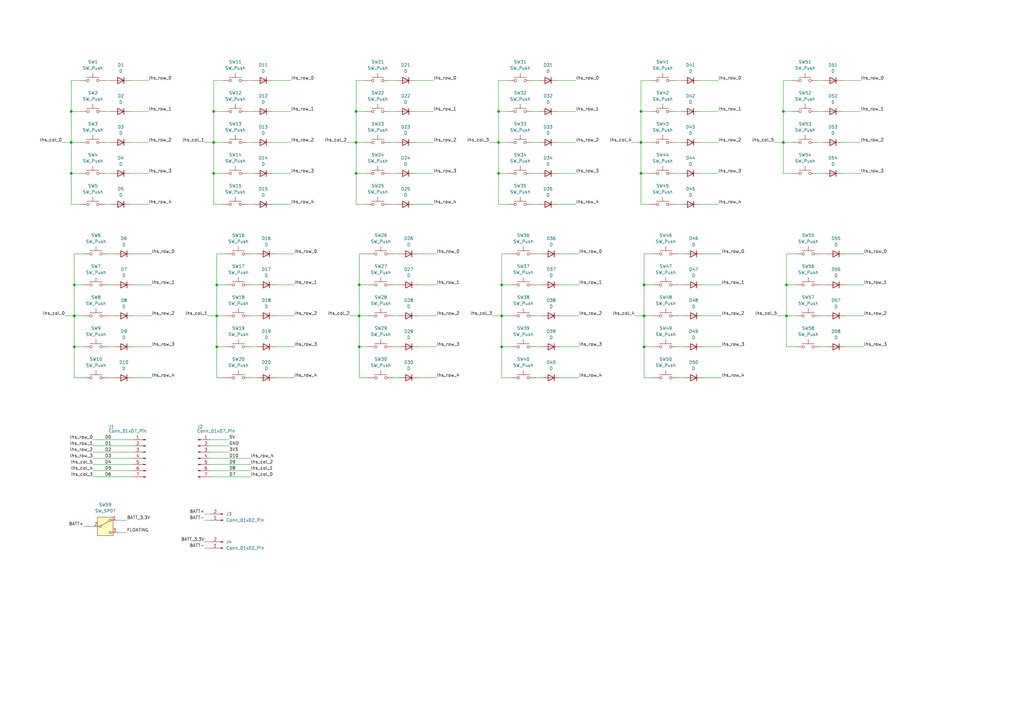
<source format=kicad_sch>
(kicad_sch (version 20231120) (generator "eeschema") (generator_version "8.0")
  (paper "A3")
  (junction (at 264.16 142.24))
  (junction (at 29.21 71.12))
  (junction (at 322.58 116.84))
  (junction (at 30.48 129.54))
  (junction (at 204.47 71.12))
  (junction (at 87.63 45.72))
  (junction (at 264.16 129.54))
  (junction (at 88.9 142.24))
  (junction (at 204.47 58.42))
  (junction (at 321.31 45.72))
  (junction (at 147.32 142.24))
  (junction (at 322.58 129.54))
  (junction (at 87.63 58.42))
  (junction (at 205.74 142.24))
  (junction (at 88.9 116.84))
  (junction (at 321.31 58.42))
  (junction (at 264.16 116.84))
  (junction (at 30.48 142.24))
  (junction (at 262.89 71.12))
  (junction (at 29.21 58.42))
  (junction (at 205.74 116.84))
  (junction (at 88.9 129.54))
  (junction (at 146.05 71.12))
  (junction (at 147.32 116.84))
  (junction (at 87.63 71.12))
  (junction (at 262.89 58.42))
  (junction (at 29.21 45.72))
  (junction (at 146.05 58.42))
  (junction (at 204.47 45.72))
  (junction (at 146.05 45.72))
  (junction (at 30.48 116.84))
  (junction (at 205.74 129.54))
  (junction (at 147.32 129.54))
  (junction (at 262.89 45.72))
  (wire (pts (xy 336.55 104.14) (xy 339.09 104.14)))
  (wire (pts (xy 208.28 45.72) (xy 204.47 45.72)))
  (wire (pts (xy 205.74 129.54) (xy 209.55 129.54)))
  (wire (pts (xy 30.48 104.14) (xy 30.48 116.84)))
  (wire (pts (xy 161.29 104.14) (xy 163.83 104.14)))
  (wire (pts (xy 318.77 129.54) (xy 322.58 129.54)))
  (wire (pts (xy 30.48 129.54) (xy 34.29 129.54)))
  (wire (pts (xy 91.44 45.72) (xy 87.63 45.72)))
  (wire (pts (xy 278.13 116.84) (xy 280.67 116.84)))
  (wire (pts (xy 87.63 45.72) (xy 87.63 58.42)))
  (wire (pts (xy 205.74 142.24) (xy 205.74 129.54)))
  (wire (pts (xy 54.61 154.94) (xy 62.23 154.94)))
  (wire (pts (xy 160.02 45.72) (xy 162.56 45.72)))
  (wire (pts (xy 102.87 142.24) (xy 105.41 142.24)))
  (wire (pts (xy 113.03 142.24) (xy 120.65 142.24)))
  (wire (pts (xy 88.9 129.54) (xy 92.71 129.54)))
  (wire (pts (xy 34.29 215.9) (xy 38.1 215.9)))
  (wire (pts (xy 228.6 33.02) (xy 236.22 33.02)))
  (wire (pts (xy 88.9 104.14) (xy 88.9 116.84)))
  (wire (pts (xy 146.05 45.72) (xy 146.05 58.42)))
  (wire (pts (xy 102.87 104.14) (xy 105.41 104.14)))
  (wire (pts (xy 143.51 129.54) (xy 147.32 129.54)))
  (wire (pts (xy 287.02 45.72) (xy 294.64 45.72)))
  (wire (pts (xy 38.1 187.96) (xy 54.61 187.96)))
  (wire (pts (xy 86.36 190.5) (xy 102.87 190.5)))
  (wire (pts (xy 326.39 104.14) (xy 322.58 104.14)))
  (wire (pts (xy 288.29 129.54) (xy 295.91 129.54)))
  (wire (pts (xy 264.16 104.14) (xy 264.16 116.84)))
  (wire (pts (xy 264.16 142.24) (xy 264.16 129.54)))
  (wire (pts (xy 264.16 116.84) (xy 264.16 129.54)))
  (wire (pts (xy 86.36 182.88) (xy 93.98 182.88)))
  (wire (pts (xy 288.29 104.14) (xy 295.91 104.14)))
  (wire (pts (xy 218.44 83.82) (xy 220.98 83.82)))
  (wire (pts (xy 287.02 58.42) (xy 294.64 58.42)))
  (wire (pts (xy 34.29 142.24) (xy 30.48 142.24)))
  (wire (pts (xy 322.58 104.14) (xy 322.58 116.84)))
  (wire (pts (xy 321.31 33.02) (xy 321.31 45.72)))
  (wire (pts (xy 101.6 83.82) (xy 104.14 83.82)))
  (wire (pts (xy 102.87 116.84) (xy 105.41 116.84)))
  (wire (pts (xy 53.34 71.12) (xy 60.96 71.12)))
  (wire (pts (xy 43.18 33.02) (xy 45.72 33.02)))
  (wire (pts (xy 336.55 129.54) (xy 339.09 129.54)))
  (wire (pts (xy 29.21 45.72) (xy 29.21 58.42)))
  (wire (pts (xy 287.02 33.02) (xy 294.64 33.02)))
  (wire (pts (xy 208.28 71.12) (xy 204.47 71.12)))
  (wire (pts (xy 266.7 83.82) (xy 262.89 83.82)))
  (wire (pts (xy 321.31 58.42) (xy 325.12 58.42)))
  (wire (pts (xy 91.44 33.02) (xy 87.63 33.02)))
  (wire (pts (xy 54.61 104.14) (xy 62.23 104.14)))
  (wire (pts (xy 147.32 129.54) (xy 151.13 129.54)))
  (wire (pts (xy 53.34 83.82) (xy 60.96 83.82)))
  (wire (pts (xy 170.18 83.82) (xy 177.8 83.82)))
  (wire (pts (xy 262.89 33.02) (xy 262.89 45.72)))
  (wire (pts (xy 44.45 154.94) (xy 46.99 154.94)))
  (wire (pts (xy 171.45 116.84) (xy 179.07 116.84)))
  (wire (pts (xy 48.26 218.44) (xy 52.07 218.44)))
  (wire (pts (xy 205.74 116.84) (xy 205.74 129.54)))
  (wire (pts (xy 229.87 104.14) (xy 237.49 104.14)))
  (wire (pts (xy 34.29 104.14) (xy 30.48 104.14)))
  (wire (pts (xy 33.02 33.02) (xy 29.21 33.02)))
  (wire (pts (xy 26.67 129.54) (xy 30.48 129.54)))
  (wire (pts (xy 29.21 71.12) (xy 29.21 58.42)))
  (wire (pts (xy 171.45 104.14) (xy 179.07 104.14)))
  (wire (pts (xy 326.39 142.24) (xy 322.58 142.24)))
  (wire (pts (xy 88.9 142.24) (xy 88.9 129.54)))
  (wire (pts (xy 113.03 154.94) (xy 120.65 154.94)))
  (wire (pts (xy 346.71 129.54) (xy 354.33 129.54)))
  (wire (pts (xy 44.45 116.84) (xy 46.99 116.84)))
  (wire (pts (xy 48.26 213.36) (xy 52.07 213.36)))
  (wire (pts (xy 87.63 71.12) (xy 87.63 58.42)))
  (wire (pts (xy 85.09 129.54) (xy 88.9 129.54)))
  (wire (pts (xy 335.28 71.12) (xy 337.82 71.12)))
  (wire (pts (xy 171.45 154.94) (xy 179.07 154.94)))
  (wire (pts (xy 335.28 58.42) (xy 337.82 58.42)))
  (wire (pts (xy 171.45 129.54) (xy 179.07 129.54)))
  (wire (pts (xy 287.02 83.82) (xy 294.64 83.82)))
  (wire (pts (xy 33.02 83.82) (xy 29.21 83.82)))
  (wire (pts (xy 30.48 142.24) (xy 30.48 129.54)))
  (wire (pts (xy 86.36 193.04) (xy 102.87 193.04)))
  (wire (pts (xy 33.02 45.72) (xy 29.21 45.72)))
  (wire (pts (xy 30.48 154.94) (xy 30.48 142.24)))
  (wire (pts (xy 30.48 116.84) (xy 30.48 129.54)))
  (wire (pts (xy 151.13 104.14) (xy 147.32 104.14)))
  (wire (pts (xy 288.29 154.94) (xy 295.91 154.94)))
  (wire (pts (xy 321.31 71.12) (xy 321.31 58.42)))
  (wire (pts (xy 346.71 116.84) (xy 354.33 116.84)))
  (wire (pts (xy 83.82 213.36) (xy 86.36 213.36)))
  (wire (pts (xy 267.97 154.94) (xy 264.16 154.94)))
  (wire (pts (xy 86.36 187.96) (xy 102.87 187.96)))
  (wire (pts (xy 322.58 116.84) (xy 322.58 129.54)))
  (wire (pts (xy 170.18 71.12) (xy 177.8 71.12)))
  (wire (pts (xy 325.12 71.12) (xy 321.31 71.12)))
  (wire (pts (xy 262.89 45.72) (xy 262.89 58.42)))
  (wire (pts (xy 54.61 116.84) (xy 62.23 116.84)))
  (wire (pts (xy 228.6 83.82) (xy 236.22 83.82)))
  (wire (pts (xy 101.6 45.72) (xy 104.14 45.72)))
  (wire (pts (xy 218.44 33.02) (xy 220.98 33.02)))
  (wire (pts (xy 228.6 71.12) (xy 236.22 71.12)))
  (wire (pts (xy 204.47 71.12) (xy 204.47 58.42)))
  (wire (pts (xy 161.29 129.54) (xy 163.83 129.54)))
  (wire (pts (xy 44.45 129.54) (xy 46.99 129.54)))
  (wire (pts (xy 267.97 116.84) (xy 264.16 116.84)))
  (wire (pts (xy 218.44 58.42) (xy 220.98 58.42)))
  (wire (pts (xy 161.29 154.94) (xy 163.83 154.94)))
  (wire (pts (xy 278.13 142.24) (xy 280.67 142.24)))
  (wire (pts (xy 87.63 33.02) (xy 87.63 45.72)))
  (wire (pts (xy 86.36 180.34) (xy 93.98 180.34)))
  (wire (pts (xy 266.7 71.12) (xy 262.89 71.12)))
  (wire (pts (xy 29.21 58.42) (xy 33.02 58.42)))
  (wire (pts (xy 200.66 58.42) (xy 204.47 58.42)))
  (wire (pts (xy 219.71 154.94) (xy 222.25 154.94)))
  (wire (pts (xy 278.13 129.54) (xy 280.67 129.54)))
  (wire (pts (xy 345.44 71.12) (xy 353.06 71.12)))
  (wire (pts (xy 101.6 71.12) (xy 104.14 71.12)))
  (wire (pts (xy 146.05 33.02) (xy 146.05 45.72)))
  (wire (pts (xy 54.61 129.54) (xy 62.23 129.54)))
  (wire (pts (xy 288.29 142.24) (xy 295.91 142.24)))
  (wire (pts (xy 111.76 71.12) (xy 119.38 71.12)))
  (wire (pts (xy 43.18 71.12) (xy 45.72 71.12)))
  (wire (pts (xy 336.55 116.84) (xy 339.09 116.84)))
  (wire (pts (xy 101.6 58.42) (xy 104.14 58.42)))
  (wire (pts (xy 264.16 154.94) (xy 264.16 142.24)))
  (wire (pts (xy 229.87 129.54) (xy 237.49 129.54)))
  (wire (pts (xy 276.86 33.02) (xy 279.4 33.02)))
  (wire (pts (xy 29.21 33.02) (xy 29.21 45.72)))
  (wire (pts (xy 201.93 129.54) (xy 205.74 129.54)))
  (wire (pts (xy 288.29 116.84) (xy 295.91 116.84)))
  (wire (pts (xy 278.13 104.14) (xy 280.67 104.14)))
  (wire (pts (xy 83.82 222.25) (xy 86.36 222.25)))
  (wire (pts (xy 219.71 129.54) (xy 222.25 129.54)))
  (wire (pts (xy 219.71 116.84) (xy 222.25 116.84)))
  (wire (pts (xy 146.05 58.42) (xy 149.86 58.42)))
  (wire (pts (xy 287.02 71.12) (xy 294.64 71.12)))
  (wire (pts (xy 335.28 33.02) (xy 337.82 33.02)))
  (wire (pts (xy 113.03 129.54) (xy 120.65 129.54)))
  (wire (pts (xy 88.9 154.94) (xy 88.9 142.24)))
  (wire (pts (xy 44.45 142.24) (xy 46.99 142.24)))
  (wire (pts (xy 208.28 33.02) (xy 204.47 33.02)))
  (wire (pts (xy 276.86 45.72) (xy 279.4 45.72)))
  (wire (pts (xy 266.7 45.72) (xy 262.89 45.72)))
  (wire (pts (xy 228.6 45.72) (xy 236.22 45.72)))
  (wire (pts (xy 170.18 58.42) (xy 177.8 58.42)))
  (wire (pts (xy 38.1 185.42) (xy 54.61 185.42)))
  (wire (pts (xy 160.02 33.02) (xy 162.56 33.02)))
  (wire (pts (xy 34.29 116.84) (xy 30.48 116.84)))
  (wire (pts (xy 142.24 58.42) (xy 146.05 58.42)))
  (wire (pts (xy 346.71 104.14) (xy 354.33 104.14)))
  (wire (pts (xy 38.1 180.34) (xy 54.61 180.34)))
  (wire (pts (xy 92.71 104.14) (xy 88.9 104.14)))
  (wire (pts (xy 91.44 71.12) (xy 87.63 71.12)))
  (wire (pts (xy 322.58 142.24) (xy 322.58 129.54)))
  (wire (pts (xy 160.02 58.42) (xy 162.56 58.42)))
  (wire (pts (xy 264.16 129.54) (xy 267.97 129.54)))
  (wire (pts (xy 53.34 58.42) (xy 60.96 58.42)))
  (wire (pts (xy 345.44 45.72) (xy 353.06 45.72)))
  (wire (pts (xy 209.55 116.84) (xy 205.74 116.84)))
  (wire (pts (xy 53.34 45.72) (xy 60.96 45.72)))
  (wire (pts (xy 25.4 58.42) (xy 29.21 58.42)))
  (wire (pts (xy 101.6 33.02) (xy 104.14 33.02)))
  (wire (pts (xy 146.05 71.12) (xy 146.05 58.42)))
  (wire (pts (xy 326.39 116.84) (xy 322.58 116.84)))
  (wire (pts (xy 335.28 45.72) (xy 337.82 45.72)))
  (wire (pts (xy 147.32 116.84) (xy 147.32 129.54)))
  (wire (pts (xy 276.86 83.82) (xy 279.4 83.82)))
  (wire (pts (xy 161.29 116.84) (xy 163.83 116.84)))
  (wire (pts (xy 160.02 71.12) (xy 162.56 71.12)))
  (wire (pts (xy 229.87 142.24) (xy 237.49 142.24)))
  (wire (pts (xy 91.44 83.82) (xy 87.63 83.82)))
  (wire (pts (xy 266.7 33.02) (xy 262.89 33.02)))
  (wire (pts (xy 321.31 45.72) (xy 321.31 58.42)))
  (wire (pts (xy 219.71 104.14) (xy 222.25 104.14)))
  (wire (pts (xy 170.18 33.02) (xy 177.8 33.02)))
  (wire (pts (xy 44.45 104.14) (xy 46.99 104.14)))
  (wire (pts (xy 260.35 129.54) (xy 264.16 129.54)))
  (wire (pts (xy 33.02 71.12) (xy 29.21 71.12)))
  (wire (pts (xy 87.63 58.42) (xy 91.44 58.42)))
  (wire (pts (xy 111.76 58.42) (xy 119.38 58.42)))
  (wire (pts (xy 147.32 104.14) (xy 147.32 116.84)))
  (wire (pts (xy 146.05 83.82) (xy 146.05 71.12)))
  (wire (pts (xy 43.18 58.42) (xy 45.72 58.42)))
  (wire (pts (xy 38.1 195.58) (xy 54.61 195.58)))
  (wire (pts (xy 204.47 58.42) (xy 208.28 58.42)))
  (wire (pts (xy 38.1 193.04) (xy 54.61 193.04)))
  (wire (pts (xy 113.03 116.84) (xy 120.65 116.84)))
  (wire (pts (xy 147.32 142.24) (xy 147.32 129.54)))
  (wire (pts (xy 345.44 58.42) (xy 353.06 58.42)))
  (wire (pts (xy 209.55 154.94) (xy 205.74 154.94)))
  (wire (pts (xy 83.82 224.79) (xy 86.36 224.79)))
  (wire (pts (xy 219.71 142.24) (xy 222.25 142.24)))
  (wire (pts (xy 205.74 104.14) (xy 205.74 116.84)))
  (wire (pts (xy 276.86 58.42) (xy 279.4 58.42)))
  (wire (pts (xy 86.36 195.58) (xy 102.87 195.58)))
  (wire (pts (xy 267.97 104.14) (xy 264.16 104.14)))
  (wire (pts (xy 267.97 142.24) (xy 264.16 142.24)))
  (wire (pts (xy 262.89 58.42) (xy 266.7 58.42)))
  (wire (pts (xy 102.87 154.94) (xy 105.41 154.94)))
  (wire (pts (xy 102.87 129.54) (xy 105.41 129.54)))
  (wire (pts (xy 83.82 58.42) (xy 87.63 58.42)))
  (wire (pts (xy 336.55 142.24) (xy 339.09 142.24)))
  (wire (pts (xy 161.29 142.24) (xy 163.83 142.24)))
  (wire (pts (xy 88.9 116.84) (xy 88.9 129.54)))
  (wire (pts (xy 204.47 33.02) (xy 204.47 45.72)))
  (wire (pts (xy 147.32 154.94) (xy 147.32 142.24)))
  (wire (pts (xy 322.58 129.54) (xy 326.39 129.54)))
  (wire (pts (xy 205.74 154.94) (xy 205.74 142.24)))
  (wire (pts (xy 209.55 142.24) (xy 205.74 142.24)))
  (wire (pts (xy 53.34 33.02) (xy 60.96 33.02)))
  (wire (pts (xy 218.44 45.72) (xy 220.98 45.72)))
  (wire (pts (xy 218.44 71.12) (xy 220.98 71.12)))
  (wire (pts (xy 171.45 142.24) (xy 179.07 142.24)))
  (wire (pts (xy 204.47 45.72) (xy 204.47 58.42)))
  (wire (pts (xy 228.6 58.42) (xy 236.22 58.42)))
  (wire (pts (xy 229.87 116.84) (xy 237.49 116.84)))
  (wire (pts (xy 113.03 104.14) (xy 120.65 104.14)))
  (wire (pts (xy 38.1 182.88) (xy 54.61 182.88)))
  (wire (pts (xy 208.28 83.82) (xy 204.47 83.82)))
  (wire (pts (xy 92.71 142.24) (xy 88.9 142.24)))
  (wire (pts (xy 43.18 83.82) (xy 45.72 83.82)))
  (wire (pts (xy 346.71 142.24) (xy 354.33 142.24)))
  (wire (pts (xy 325.12 45.72) (xy 321.31 45.72)))
  (wire (pts (xy 209.55 104.14) (xy 205.74 104.14)))
  (wire (pts (xy 229.87 154.94) (xy 237.49 154.94)))
  (wire (pts (xy 87.63 83.82) (xy 87.63 71.12)))
  (wire (pts (xy 54.61 142.24) (xy 62.23 142.24)))
  (wire (pts (xy 259.08 58.42) (xy 262.89 58.42)))
  (wire (pts (xy 29.21 83.82) (xy 29.21 71.12)))
  (wire (pts (xy 170.18 45.72) (xy 177.8 45.72)))
  (wire (pts (xy 149.86 45.72) (xy 146.05 45.72)))
  (wire (pts (xy 38.1 190.5) (xy 54.61 190.5)))
  (wire (pts (xy 149.86 33.02) (xy 146.05 33.02)))
  (wire (pts (xy 317.5 58.42) (xy 321.31 58.42)))
  (wire (pts (xy 160.02 83.82) (xy 162.56 83.82)))
  (wire (pts (xy 151.13 116.84) (xy 147.32 116.84)))
  (wire (pts (xy 325.12 33.02) (xy 321.31 33.02)))
  (wire (pts (xy 278.13 154.94) (xy 280.67 154.94)))
  (wire (pts (xy 204.47 83.82) (xy 204.47 71.12)))
  (wire (pts (xy 43.18 45.72) (xy 45.72 45.72)))
  (wire (pts (xy 86.36 185.42) (xy 93.98 185.42)))
  (wire (pts (xy 92.71 154.94) (xy 88.9 154.94)))
  (wire (pts (xy 276.86 71.12) (xy 279.4 71.12)))
  (wire (pts (xy 111.76 45.72) (xy 119.38 45.72)))
  (wire (pts (xy 345.44 33.02) (xy 353.06 33.02)))
  (wire (pts (xy 83.82 210.82) (xy 86.36 210.82)))
  (wire (pts (xy 34.29 154.94) (xy 30.48 154.94)))
  (wire (pts (xy 151.13 154.94) (xy 147.32 154.94)))
  (wire (pts (xy 262.89 83.82) (xy 262.89 71.12)))
  (wire (pts (xy 111.76 33.02) (xy 119.38 33.02)))
  (wire (pts (xy 92.71 116.84) (xy 88.9 116.84)))
  (wire (pts (xy 111.76 83.82) (xy 119.38 83.82)))
  (wire (pts (xy 149.86 83.82) (xy 146.05 83.82)))
  (wire (pts (xy 151.13 142.24) (xy 147.32 142.24)))
  (wire (pts (xy 149.86 71.12) (xy 146.05 71.12)))
  (wire (pts (xy 262.89 71.12) (xy 262.89 58.42)))
  (label "lhs_row_2" (at 62.23 129.54 0))
  (label "3V3" (at 93.98 185.42 0))
  (label "lhs_row_3" (at 237.49 142.24 0))
  (label "lhs_row_2" (at 38.1 185.42 180))
  (label "lhs_row_1" (at 60.96 45.72 0))
  (label "lhs_col_0" (at 25.4 58.42 180))
  (label "lhs_row_1" (at 295.91 116.84 0))
  (label "lhs_col_0" (at 102.87 195.58 0))
  (label "D1" (at 45.72 182.88 180))
  (label "lhs_row_0" (at 294.64 33.02 0))
  (label "lhs_row_4" (at 177.8 83.82 0))
  (label "lhs_row_3" (at 353.06 71.12 0))
  (label "lhs_row_1" (at 236.22 45.72 0))
  (label "D10" (at 93.98 187.96 0))
  (label "D2" (at 45.72 185.42 180))
  (label "lhs_row_3" (at 62.23 142.24 0))
  (label "lhs_row_1" (at 353.06 45.72 0))
  (label "lhs_col_2" (at 142.24 58.42 180))
  (label "lhs_row_3" (at 295.91 142.24 0))
  (label "D5" (at 45.72 193.04 180))
  (label "lhs_row_3" (at 354.33 142.24 0))
  (label "lhs_row_0" (at 177.8 33.02 0))
  (label "lhs_col_5" (at 38.1 190.5 180))
  (label "lhs_row_0" (at 353.06 33.02 0))
  (label "FLOATING" (at 52.07 218.44 0))
  (label "lhs_col_5" (at 318.77 129.54 180))
  (label "lhs_row_4" (at 120.65 154.94 0))
  (label "lhs_col_2" (at 102.87 190.5 0))
  (label "lhs_row_3" (at 294.64 71.12 0))
  (label "BATT_3.3V" (at 83.82 222.25 180))
  (label "lhs_col_1" (at 85.09 129.54 180))
  (label "lhs_col_2" (at 143.51 129.54 180))
  (label "lhs_row_0" (at 60.96 33.02 0))
  (label "lhs_row_1" (at 237.49 116.84 0))
  (label "lhs_row_2" (at 60.96 58.42 0))
  (label "lhs_col_1" (at 102.87 193.04 0))
  (label "lhs_row_2" (at 179.07 129.54 0))
  (label "lhs_col_0" (at 26.67 129.54 180))
  (label "lhs_row_0" (at 237.49 104.14 0))
  (label "lhs_row_1" (at 120.65 116.84 0))
  (label "lhs_row_1" (at 354.33 116.84 0))
  (label "D3" (at 45.72 187.96 180))
  (label "lhs_col_4" (at 38.1 193.04 180))
  (label "5V" (at 93.98 180.34 0))
  (label "lhs_row_2" (at 177.8 58.42 0))
  (label "D9" (at 93.98 190.5 0))
  (label "lhs_row_0" (at 119.38 33.02 0))
  (label "lhs_row_3" (at 119.38 71.12 0))
  (label "lhs_col_1" (at 83.82 58.42 180))
  (label "lhs_row_3" (at 177.8 71.12 0))
  (label "lhs_row_4" (at 237.49 154.94 0))
  (label "lhs_col_3" (at 38.1 195.58 180))
  (label "BATT_3.3V" (at 52.07 213.36 0))
  (label "D4" (at 45.72 190.5 180))
  (label "lhs_row_2" (at 237.49 129.54 0))
  (label "BATT+" (at 34.29 215.9 180))
  (label "lhs_row_4" (at 236.22 83.82 0))
  (label "lhs_col_3" (at 200.66 58.42 180))
  (label "lhs_row_0" (at 120.65 104.14 0))
  (label "lhs_row_4" (at 102.87 187.96 0))
  (label "lhs_row_1" (at 119.38 45.72 0))
  (label "lhs_row_1" (at 38.1 182.88 180))
  (label "lhs_row_3" (at 236.22 71.12 0))
  (label "lhs_row_2" (at 120.65 129.54 0))
  (label "lhs_col_4" (at 260.35 129.54 180))
  (label "lhs_row_0" (at 236.22 33.02 0))
  (label "lhs_row_3" (at 179.07 142.24 0))
  (label "D6" (at 45.72 195.58 180))
  (label "lhs_row_2" (at 236.22 58.42 0))
  (label "D8" (at 93.98 193.04 0))
  (label "lhs_row_4" (at 294.64 83.82 0))
  (label "lhs_row_3" (at 60.96 71.12 0))
  (label "lhs_row_4" (at 295.91 154.94 0))
  (label "lhs_row_2" (at 295.91 129.54 0))
  (label "BATT-" (at 83.82 213.36 180))
  (label "lhs_col_4" (at 259.08 58.42 180))
  (label "lhs_row_4" (at 179.07 154.94 0))
  (label "lhs_row_2" (at 353.06 58.42 0))
  (label "lhs_col_3" (at 201.93 129.54 180))
  (label "lhs_row_0" (at 354.33 104.14 0))
  (label "lhs_row_1" (at 294.64 45.72 0))
  (label "lhs_row_1" (at 177.8 45.72 0))
  (label "lhs_row_1" (at 62.23 116.84 0))
  (label "lhs_col_5" (at 317.5 58.42 180))
  (label "lhs_row_0" (at 62.23 104.14 0))
  (label "D7" (at 93.98 195.58 0))
  (label "BATT+" (at 83.82 210.82 180))
  (label "lhs_row_4" (at 62.23 154.94 0))
  (label "lhs_row_1" (at 179.07 116.84 0))
  (label "lhs_row_3" (at 120.65 142.24 0))
  (label "lhs_row_2" (at 294.64 58.42 0))
  (label "lhs_row_2" (at 354.33 129.54 0))
  (label "GND" (at 93.98 182.88 0))
  (label "lhs_row_3" (at 38.1 187.96 180))
  (label "D0" (at 45.72 180.34 180))
  (label "lhs_row_4" (at 119.38 83.82 0))
  (label "lhs_row_4" (at 60.96 83.82 0))
  (label "lhs_row_0" (at 295.91 104.14 0))
  (label "lhs_row_0" (at 38.1 180.34 180))
  (label "lhs_row_2" (at 119.38 58.42 0))
  (label "BATT-" (at 83.82 224.79 180))
  (label "lhs_row_0" (at 179.07 104.14 0))
  (symbol (lib_id "Switch:SW_Push") (at 214.63 104.14 0) (unit 1)
    (property "Reference" "SW36" (at 214.63 96.52 0))
    (property "Value" "SW_Push" (at 214.63 99.06 0))
    (property "Footprint" "keyswitches:Kailh_socket_PG1350" (effects (hide yes)))
    (property "Description" "Push button switch, generic, two pins" (effects (hide yes)))
  )
  (symbol (lib_id "Connector:Conn_01x02_Pin") (at 91.44 224.79 180) (unit 1)
    (property "Reference" "J4" (at 92.71 222.2499 0) (effects (justify right)))
    (property "Value" "Conn_01x02_Pin" (at 92.71 224.7899 0) (effects (justify right)))
    (property "Footprint" "Connector_PinHeader_1.27mm:PinHeader_1x02_P1.27mm_Horizontal" (effects (hide yes)))
    (property "Description" "Generic connector, single row, 01x02, script generated" (effects (hide yes)))
  )
  (symbol (lib_id "Switch:SW_Push") (at 331.47 116.84 0) (unit 1)
    (property "Reference" "SW56" (at 331.47 109.22 0))
    (property "Value" "SW_Push" (at 331.47 111.76 0))
    (property "Footprint" "keyswitches:Kailh_socket_PG1350" (effects (hide yes)))
    (property "Description" "Push button switch, generic, two pins" (effects (hide yes)))
  )
  (symbol (lib_id "Switch:SW_Push") (at 214.63 129.54 0) (unit 1)
    (property "Reference" "SW38" (at 214.63 121.92 0))
    (property "Value" "SW_Push" (at 214.63 124.46 0))
    (property "Footprint" "keyswitches:Kailh_socket_PG1350" (effects (hide yes)))
    (property "Description" "Push button switch, generic, two pins" (effects (hide yes)))
  )
  (symbol (lib_id "Switch:SW_Push") (at 97.79 116.84 0) (unit 1)
    (property "Reference" "SW17" (at 97.79 109.22 0))
    (property "Value" "SW_Push" (at 97.79 111.76 0))
    (property "Footprint" "keyswitches:Kailh_socket_PG1350" (effects (hide yes)))
    (property "Description" "Push button switch, generic, two pins" (effects (hide yes)))
  )
  (symbol (lib_id "Switch:SW_Push") (at 39.37 129.54 0) (unit 1)
    (property "Reference" "SW8" (at 39.37 121.92 0))
    (property "Value" "SW_Push" (at 39.37 124.46 0))
    (property "Footprint" "keyswitches:Kailh_socket_PG1350" (effects (hide yes)))
    (property "Description" "Push button switch, generic, two pins" (effects (hide yes)))
  )
  (symbol (lib_id "Switch:SW_Push") (at 273.05 104.14 0) (unit 1)
    (property "Reference" "SW46" (at 273.05 96.52 0))
    (property "Value" "SW_Push" (at 273.05 99.06 0))
    (property "Footprint" "keyswitches:Kailh_socket_PG1350" (effects (hide yes)))
    (property "Description" "Push button switch, generic, two pins" (effects (hide yes)))
  )
  (symbol (lib_id "Switch:SW_Push") (at 213.36 58.42 0) (unit 1)
    (property "Reference" "SW33" (at 213.36 50.8 0))
    (property "Value" "SW_Push" (at 213.36 53.34 0))
    (property "Footprint" "keyswitches:Kailh_socket_PG1350" (effects (hide yes)))
    (property "Description" "Push button switch, generic, two pins" (effects (hide yes)))
  )
  (symbol (lib_id "Device:D") (at 50.8 129.54 180) (unit 1)
    (property "Reference" "D8" (at 50.8 123.19 0))
    (property "Value" "D" (at 50.8 125.73 0))
    (property "Footprint" "Diode_SMD:D_0805_2012Metric_Pad1.15x1.40mm_HandSolder" (effects (hide yes)))
    (property "Description" "Diode" (effects (hide yes)))
    (property "Sim.Device" "D" (effects (hide yes)))
    (property "Sim.Pins" "1=K 2=A" (effects (hide yes)))
  )
  (symbol (lib_id "Device:D") (at 166.37 83.82 180) (unit 1)
    (property "Reference" "D25" (at 166.37 77.47 0))
    (property "Value" "D" (at 166.37 80.01 0))
    (property "Footprint" "Diode_SMD:D_0805_2012Metric_Pad1.15x1.40mm_HandSolder" (effects (hide yes)))
    (property "Description" "Diode" (effects (hide yes)))
    (property "Sim.Device" "D" (effects (hide yes)))
    (property "Sim.Pins" "1=K 2=A" (effects (hide yes)))
  )
  (symbol (lib_id "Device:D") (at 107.95 83.82 180) (unit 1)
    (property "Reference" "D15" (at 107.95 77.47 0))
    (property "Value" "D" (at 107.95 80.01 0))
    (property "Footprint" "Diode_SMD:D_0805_2012Metric_Pad1.15x1.40mm_HandSolder" (effects (hide yes)))
    (property "Description" "Diode" (effects (hide yes)))
    (property "Sim.Device" "D" (effects (hide yes)))
    (property "Sim.Pins" "1=K 2=A" (effects (hide yes)))
  )
  (symbol (lib_id "Device:D") (at 342.9 116.84 180) (unit 1)
    (property "Reference" "D56" (at 342.9 110.49 0))
    (property "Value" "D" (at 342.9 113.03 0))
    (property "Footprint" "Diode_SMD:D_0805_2012Metric_Pad1.15x1.40mm_HandSolder" (effects (hide yes)))
    (property "Description" "Diode" (effects (hide yes)))
    (property "Sim.Device" "D" (effects (hide yes)))
    (property "Sim.Pins" "1=K 2=A" (effects (hide yes)))
  )
  (symbol (lib_id "Device:D") (at 109.22 154.94 180) (unit 1)
    (property "Reference" "D20" (at 109.22 148.59 0))
    (property "Value" "D" (at 109.22 151.13 0))
    (property "Footprint" "Diode_SMD:D_0805_2012Metric_Pad1.15x1.40mm_HandSolder" (effects (hide yes)))
    (property "Description" "Diode" (effects (hide yes)))
    (property "Sim.Device" "D" (effects (hide yes)))
    (property "Sim.Pins" "1=K 2=A" (effects (hide yes)))
  )
  (symbol (lib_id "Connector:Conn_01x07_Pin") (at 81.28 187.96 0) (unit 1)
    (property "Reference" "J2" (at 82.042 175.006 0))
    (property "Value" "Conn_01x07_Pin" (at 88.646 176.784 0))
    (property "Footprint" "Connector_PinSocket_2.54mm:PinSocket_1x07_P2.54mm_Vertical" (effects (hide yes)))
    (property "Description" "Generic connector, single row, 01x07, script generated" (effects (hide yes)))
  )
  (symbol (lib_id "Device:D") (at 49.53 45.72 180) (unit 1)
    (property "Reference" "D2" (at 49.53 39.37 0))
    (property "Value" "D" (at 49.53 41.91 0))
    (property "Footprint" "Diode_SMD:D_0805_2012Metric_Pad1.15x1.40mm_HandSolder" (effects (hide yes)))
    (property "Description" "Diode" (effects (hide yes)))
    (property "Sim.Device" "D" (effects (hide yes)))
    (property "Sim.Pins" "1=K 2=A" (effects (hide yes)))
  )
  (symbol (lib_id "Switch:SW_Push") (at 38.1 58.42 0) (unit 1)
    (property "Reference" "SW3" (at 38.1 50.8 0))
    (property "Value" "SW_Push" (at 38.1 53.34 0))
    (property "Footprint" "keyswitches:Kailh_socket_PG1350" (effects (hide yes)))
    (property "Description" "Push button switch, generic, two pins" (effects (hide yes)))
  )
  (symbol (lib_id "Switch:SW_Push") (at 331.47 142.24 0) (unit 1)
    (property "Reference" "SW58" (at 331.47 134.62 0))
    (property "Value" "SW_Push" (at 331.47 137.16 0))
    (property "Footprint" "keyswitches:Kailh_socket_PG1350" (effects (hide yes)))
    (property "Description" "Push button switch, generic, two pins" (effects (hide yes)))
  )
  (symbol (lib_id "Device:D") (at 166.37 33.02 180) (unit 1)
    (property "Reference" "D21" (at 166.37 26.67 0))
    (property "Value" "D" (at 166.37 29.21 0))
    (property "Footprint" "Diode_SMD:D_0805_2012Metric_Pad1.15x1.40mm_HandSolder" (effects (hide yes)))
    (property "Description" "Diode" (effects (hide yes)))
    (property "Sim.Device" "D" (effects (hide yes)))
    (property "Sim.Pins" "1=K 2=A" (effects (hide yes)))
  )
  (symbol (lib_id "Switch:SW_Push") (at 39.37 116.84 0) (unit 1)
    (property "Reference" "SW7" (at 39.37 109.22 0))
    (property "Value" "SW_Push" (at 39.37 111.76 0))
    (property "Footprint" "keyswitches:Kailh_socket_PG1350" (effects (hide yes)))
    (property "Description" "Push button switch, generic, two pins" (effects (hide yes)))
  )
  (symbol (lib_id "Device:D") (at 341.63 71.12 180) (unit 1)
    (property "Reference" "D54" (at 341.63 64.77 0))
    (property "Value" "D" (at 341.63 67.31 0))
    (property "Footprint" "Diode_SMD:D_0805_2012Metric_Pad1.15x1.40mm_HandSolder" (effects (hide yes)))
    (property "Description" "Diode" (effects (hide yes)))
    (property "Sim.Device" "D" (effects (hide yes)))
    (property "Sim.Pins" "1=K 2=A" (effects (hide yes)))
  )
  (symbol (lib_id "Device:D") (at 341.63 33.02 180) (unit 1)
    (property "Reference" "D51" (at 341.63 26.67 0))
    (property "Value" "D" (at 341.63 29.21 0))
    (property "Footprint" "Diode_SMD:D_0805_2012Metric_Pad1.15x1.40mm_HandSolder" (effects (hide yes)))
    (property "Description" "Diode" (effects (hide yes)))
    (property "Sim.Device" "D" (effects (hide yes)))
    (property "Sim.Pins" "1=K 2=A" (effects (hide yes)))
  )
  (symbol (lib_id "Device:D") (at 109.22 104.14 180) (unit 1)
    (property "Reference" "D16" (at 109.22 97.79 0))
    (property "Value" "D" (at 109.22 100.33 0))
    (property "Footprint" "Diode_SMD:D_0805_2012Metric_Pad1.15x1.40mm_HandSolder" (effects (hide yes)))
    (property "Description" "Diode" (effects (hide yes)))
    (property "Sim.Device" "D" (effects (hide yes)))
    (property "Sim.Pins" "1=K 2=A" (effects (hide yes)))
  )
  (symbol (lib_id "Switch:SW_Push") (at 271.78 58.42 0) (unit 1)
    (property "Reference" "SW43" (at 271.78 50.8 0))
    (property "Value" "SW_Push" (at 271.78 53.34 0))
    (property "Footprint" "keyswitches:Kailh_socket_PG1350" (effects (hide yes)))
    (property "Description" "Push button switch, generic, two pins" (effects (hide yes)))
  )
  (symbol (lib_id "Switch:SW_Push") (at 271.78 33.02 0) (unit 1)
    (property "Reference" "SW41" (at 271.78 25.4 0))
    (property "Value" "SW_Push" (at 271.78 27.94 0))
    (property "Footprint" "keyswitches:Kailh_socket_PG1350" (effects (hide yes)))
    (property "Description" "Push button switch, generic, two pins" (effects (hide yes)))
  )
  (symbol (lib_id "Switch:SW_Push") (at 156.21 129.54 0) (unit 1)
    (property "Reference" "SW28" (at 156.21 121.92 0))
    (property "Value" "SW_Push" (at 156.21 124.46 0))
    (property "Footprint" "keyswitches:Kailh_socket_PG1350" (effects (hide yes)))
    (property "Description" "Push button switch, generic, two pins" (effects (hide yes)))
  )
  (symbol (lib_id "Switch:SW_Push") (at 156.21 116.84 0) (unit 1)
    (property "Reference" "SW27" (at 156.21 109.22 0))
    (property "Value" "SW_Push" (at 156.21 111.76 0))
    (property "Footprint" "keyswitches:Kailh_socket_PG1350" (effects (hide yes)))
    (property "Description" "Push button switch, generic, two pins" (effects (hide yes)))
  )
  (symbol (lib_id "Switch:SW_Push") (at 273.05 116.84 0) (unit 1)
    (property "Reference" "SW47" (at 273.05 109.22 0))
    (property "Value" "SW_Push" (at 273.05 111.76 0))
    (property "Footprint" "keyswitches:Kailh_socket_PG1350" (effects (hide yes)))
    (property "Description" "Push button switch, generic, two pins" (effects (hide yes)))
  )
  (symbol (lib_id "Switch:SW_Push") (at 97.79 142.24 0) (unit 1)
    (property "Reference" "SW19" (at 97.79 134.62 0))
    (property "Value" "SW_Push" (at 97.79 137.16 0))
    (property "Footprint" "keyswitches:Kailh_socket_PG1350" (effects (hide yes)))
    (property "Description" "Push button switch, generic, two pins" (effects (hide yes)))
  )
  (symbol (lib_id "Device:D") (at 284.48 116.84 180) (unit 1)
    (property "Reference" "D47" (at 284.48 110.49 0))
    (property "Value" "D" (at 284.48 113.03 0))
    (property "Footprint" "Diode_SMD:D_0805_2012Metric_Pad1.15x1.40mm_HandSolder" (effects (hide yes)))
    (property "Description" "Diode" (effects (hide yes)))
    (property "Sim.Device" "D" (effects (hide yes)))
    (property "Sim.Pins" "1=K 2=A" (effects (hide yes)))
  )
  (symbol (lib_id "Device:D") (at 109.22 142.24 180) (unit 1)
    (property "Reference" "D19" (at 109.22 135.89 0))
    (property "Value" "D" (at 109.22 138.43 0))
    (property "Footprint" "Diode_SMD:D_0805_2012Metric_Pad1.15x1.40mm_HandSolder" (effects (hide yes)))
    (property "Description" "Diode" (effects (hide yes)))
    (property "Sim.Device" "D" (effects (hide yes)))
    (property "Sim.Pins" "1=K 2=A" (effects (hide yes)))
  )
  (symbol (lib_id "Device:D") (at 224.79 45.72 180) (unit 1)
    (property "Reference" "D32" (at 224.79 39.37 0))
    (property "Value" "D" (at 224.79 41.91 0))
    (property "Footprint" "Diode_SMD:D_0805_2012Metric_Pad1.15x1.40mm_HandSolder" (effects (hide yes)))
    (property "Description" "Diode" (effects (hide yes)))
    (property "Sim.Device" "D" (effects (hide yes)))
    (property "Sim.Pins" "1=K 2=A" (effects (hide yes)))
  )
  (symbol (lib_id "Switch:SW_Push") (at 156.21 104.14 0) (unit 1)
    (property "Reference" "SW26" (at 156.21 96.52 0))
    (property "Value" "SW_Push" (at 156.21 99.06 0))
    (property "Footprint" "keyswitches:Kailh_socket_PG1350" (effects (hide yes)))
    (property "Description" "Push button switch, generic, two pins" (effects (hide yes)))
  )
  (symbol (lib_id "Device:D") (at 109.22 116.84 180) (unit 1)
    (property "Reference" "D17" (at 109.22 110.49 0))
    (property "Value" "D" (at 109.22 113.03 0))
    (property "Footprint" "Diode_SMD:D_0805_2012Metric_Pad1.15x1.40mm_HandSolder" (effects (hide yes)))
    (property "Description" "Diode" (effects (hide yes)))
    (property "Sim.Device" "D" (effects (hide yes)))
    (property "Sim.Pins" "1=K 2=A" (effects (hide yes)))
  )
  (symbol (lib_id "Device:D") (at 226.06 142.24 180) (unit 1)
    (property "Reference" "D39" (at 226.06 135.89 0))
    (property "Value" "D" (at 226.06 138.43 0))
    (property "Footprint" "Diode_SMD:D_0805_2012Metric_Pad1.15x1.40mm_HandSolder" (effects (hide yes)))
    (property "Description" "Diode" (effects (hide yes)))
    (property "Sim.Device" "D" (effects (hide yes)))
    (property "Sim.Pins" "1=K 2=A" (effects (hide yes)))
  )
  (symbol (lib_id "Switch:SW_Push") (at 38.1 33.02 0) (unit 1)
    (property "Reference" "SW1" (at 38.1 25.4 0))
    (property "Value" "SW_Push" (at 38.1 27.94 0))
    (property "Footprint" "keyswitches:Kailh_socket_PG1350" (effects (hide yes)))
    (property "Description" "Push button switch, generic, two pins" (effects (hide yes)))
  )
  (symbol (lib_id "Device:D") (at 342.9 104.14 180) (unit 1)
    (property "Reference" "D55" (at 342.9 97.79 0))
    (property "Value" "D" (at 342.9 100.33 0))
    (property "Footprint" "Diode_SMD:D_0805_2012Metric_Pad1.15x1.40mm_HandSolder" (effects (hide yes)))
    (property "Description" "Diode" (effects (hide yes)))
    (property "Sim.Device" "D" (effects (hide yes)))
    (property "Sim.Pins" "1=K 2=A" (effects (hide yes)))
  )
  (symbol (lib_id "Switch:SW_Push") (at 330.2 71.12 0) (unit 1)
    (property "Reference" "SW54" (at 330.2 63.5 0))
    (property "Value" "SW_Push" (at 330.2 66.04 0))
    (property "Footprint" "keyswitches:Kailh_socket_PG1350" (effects (hide yes)))
    (property "Description" "Push button switch, generic, two pins" (effects (hide yes)))
  )
  (symbol (lib_id "Device:D") (at 49.53 33.02 180) (unit 1)
    (property "Reference" "D1" (at 49.53 26.67 0))
    (property "Value" "D" (at 49.53 29.21 0))
    (property "Footprint" "Diode_SMD:D_0805_2012Metric_Pad1.15x1.40mm_HandSolder" (effects (hide yes)))
    (property "Description" "Diode" (effects (hide yes)))
    (property "Sim.Device" "D" (effects (hide yes)))
    (property "Sim.Pins" "1=K 2=A" (effects (hide yes)))
  )
  (symbol (lib_id "Device:D") (at 49.53 83.82 180) (unit 1)
    (property "Reference" "D5" (at 49.53 77.47 0))
    (property "Value" "D" (at 49.53 80.01 0))
    (property "Footprint" "Diode_SMD:D_0805_2012Metric_Pad1.15x1.40mm_HandSolder" (effects (hide yes)))
    (property "Description" "Diode" (effects (hide yes)))
    (property "Sim.Device" "D" (effects (hide yes)))
    (property "Sim.Pins" "1=K 2=A" (effects (hide yes)))
  )
  (symbol (lib_id "Switch:SW_Push") (at 154.94 45.72 0) (unit 1)
    (property "Reference" "SW22" (at 154.94 38.1 0))
    (property "Value" "SW_Push" (at 154.94 40.64 0))
    (property "Footprint" "keyswitches:Kailh_socket_PG1350" (effects (hide yes)))
    (property "Description" "Push button switch, generic, two pins" (effects (hide yes)))
  )
  (symbol (lib_id "Device:D") (at 166.37 58.42 180) (unit 1)
    (property "Reference" "D23" (at 166.37 52.07 0))
    (property "Value" "D" (at 166.37 54.61 0))
    (property "Footprint" "Diode_SMD:D_0805_2012Metric_Pad1.15x1.40mm_HandSolder" (effects (hide yes)))
    (property "Description" "Diode" (effects (hide yes)))
    (property "Sim.Device" "D" (effects (hide yes)))
    (property "Sim.Pins" "1=K 2=A" (effects (hide yes)))
  )
  (symbol (lib_id "Switch:SW_Push") (at 154.94 71.12 0) (unit 1)
    (property "Reference" "SW24" (at 154.94 63.5 0))
    (property "Value" "SW_Push" (at 154.94 66.04 0))
    (property "Footprint" "keyswitches:Kailh_socket_PG1350" (effects (hide yes)))
    (property "Description" "Push button switch, generic, two pins" (effects (hide yes)))
  )
  (symbol (lib_id "Device:D") (at 284.48 129.54 180) (unit 1)
    (property "Reference" "D48" (at 284.48 123.19 0))
    (property "Value" "D" (at 284.48 125.73 0))
    (property "Footprint" "Diode_SMD:D_0805_2012Metric_Pad1.15x1.40mm_HandSolder" (effects (hide yes)))
    (property "Description" "Diode" (effects (hide yes)))
    (property "Sim.Device" "D" (effects (hide yes)))
    (property "Sim.Pins" "1=K 2=A" (effects (hide yes)))
  )
  (symbol (lib_id "Device:D") (at 50.8 142.24 180) (unit 1)
    (property "Reference" "D9" (at 50.8 135.89 0))
    (property "Value" "D" (at 50.8 138.43 0))
    (property "Footprint" "Diode_SMD:D_0805_2012Metric_Pad1.15x1.40mm_HandSolder" (effects (hide yes)))
    (property "Description" "Diode" (effects (hide yes)))
    (property "Sim.Device" "D" (effects (hide yes)))
    (property "Sim.Pins" "1=K 2=A" (effects (hide yes)))
  )
  (symbol (lib_id "Device:D") (at 107.95 71.12 180) (unit 1)
    (property "Reference" "D14" (at 107.95 64.77 0))
    (property "Value" "D" (at 107.95 67.31 0))
    (property "Footprint" "Diode_SMD:D_0805_2012Metric_Pad1.15x1.40mm_HandSolder" (effects (hide yes)))
    (property "Description" "Diode" (effects (hide yes)))
    (property "Sim.Device" "D" (effects (hide yes)))
    (property "Sim.Pins" "1=K 2=A" (effects (hide yes)))
  )
  (symbol (lib_id "Switch:SW_Push") (at 271.78 45.72 0) (unit 1)
    (property "Reference" "SW42" (at 271.78 38.1 0))
    (property "Value" "SW_Push" (at 271.78 40.64 0))
    (property "Footprint" "keyswitches:Kailh_socket_PG1350" (effects (hide yes)))
    (property "Description" "Push button switch, generic, two pins" (effects (hide yes)))
  )
  (symbol (lib_id "Switch:SW_Push") (at 330.2 45.72 0) (unit 1)
    (property "Reference" "SW52" (at 330.2 38.1 0))
    (property "Value" "SW_Push" (at 330.2 40.64 0))
    (property "Footprint" "keyswitches:Kailh_socket_PG1350" (effects (hide yes)))
    (property "Description" "Push button switch, generic, two pins" (effects (hide yes)))
  )
  (symbol (lib_id "Device:D") (at 107.95 45.72 180) (unit 1)
    (property "Reference" "D12" (at 107.95 39.37 0))
    (property "Value" "D" (at 107.95 41.91 0))
    (property "Footprint" "Diode_SMD:D_0805_2012Metric_Pad1.15x1.40mm_HandSolder" (effects (hide yes)))
    (property "Description" "Diode" (effects (hide yes)))
    (property "Sim.Device" "D" (effects (hide yes)))
    (property "Sim.Pins" "1=K 2=A" (effects (hide yes)))
  )
  (symbol (lib_id "Switch:SW_Push") (at 97.79 129.54 0) (unit 1)
    (property "Reference" "SW18" (at 97.79 121.92 0))
    (property "Value" "SW_Push" (at 97.79 124.46 0))
    (property "Footprint" "keyswitches:Kailh_socket_PG1350" (effects (hide yes)))
    (property "Description" "Push button switch, generic, two pins" (effects (hide yes)))
  )
  (symbol (lib_id "Switch:SW_Push") (at 271.78 83.82 0) (unit 1)
    (property "Reference" "SW45" (at 271.78 76.2 0))
    (property "Value" "SW_Push" (at 271.78 78.74 0))
    (property "Footprint" "keyswitches:Kailh_socket_PG1350" (effects (hide yes)))
    (property "Description" "Push button switch, generic, two pins" (effects (hide yes)))
  )
  (symbol (lib_id "Device:D") (at 284.48 104.14 180) (unit 1)
    (property "Reference" "D46" (at 284.48 97.79 0))
    (property "Value" "D" (at 284.48 100.33 0))
    (property "Footprint" "Diode_SMD:D_0805_2012Metric_Pad1.15x1.40mm_HandSolder" (effects (hide yes)))
    (property "Description" "Diode" (effects (hide yes)))
    (property "Sim.Device" "D" (effects (hide yes)))
    (property "Sim.Pins" "1=K 2=A" (effects (hide yes)))
  )
  (symbol (lib_id "Device:D") (at 224.79 33.02 180) (unit 1)
    (property "Reference" "D31" (at 224.79 26.67 0))
    (property "Value" "D" (at 224.79 29.21 0))
    (property "Footprint" "Diode_SMD:D_0805_2012Metric_Pad1.15x1.40mm_HandSolder" (effects (hide yes)))
    (property "Description" "Diode" (effects (hide yes)))
    (property "Sim.Device" "D" (effects (hide yes)))
    (property "Sim.Pins" "1=K 2=A" (effects (hide yes)))
  )
  (symbol (lib_id "Device:D") (at 226.06 129.54 180) (unit 1)
    (property "Reference" "D38" (at 226.06 123.19 0))
    (property "Value" "D" (at 226.06 125.73 0))
    (property "Footprint" "Diode_SMD:D_0805_2012Metric_Pad1.15x1.40mm_HandSolder" (effects (hide yes)))
    (property "Description" "Diode" (effects (hide yes)))
    (property "Sim.Device" "D" (effects (hide yes)))
    (property "Sim.Pins" "1=K 2=A" (effects (hide yes)))
  )
  (symbol (lib_id "Device:D") (at 224.79 58.42 180) (unit 1)
    (property "Reference" "D33" (at 224.79 52.07 0))
    (property "Value" "D" (at 224.79 54.61 0))
    (property "Footprint" "Diode_SMD:D_0805_2012Metric_Pad1.15x1.40mm_HandSolder" (effects (hide yes)))
    (property "Description" "Diode" (effects (hide yes)))
    (property "Sim.Device" "D" (effects (hide yes)))
    (property "Sim.Pins" "1=K 2=A" (effects (hide yes)))
  )
  (symbol (lib_id "Switch:SW_Push") (at 213.36 33.02 0) (unit 1)
    (property "Reference" "SW31" (at 213.36 25.4 0))
    (property "Value" "SW_Push" (at 213.36 27.94 0))
    (property "Footprint" "keyswitches:Kailh_socket_PG1350" (effects (hide yes)))
    (property "Description" "Push button switch, generic, two pins" (effects (hide yes)))
  )
  (symbol (lib_id "Switch:SW_Push") (at 214.63 142.24 0) (unit 1)
    (property "Reference" "SW39" (at 214.63 134.62 0))
    (property "Value" "SW_Push" (at 214.63 137.16 0))
    (property "Footprint" "keyswitches:Kailh_socket_PG1350" (effects (hide yes)))
    (property "Description" "Push button switch, generic, two pins" (effects (hide yes)))
  )
  (symbol (lib_id "Device:D") (at 341.63 45.72 180) (unit 1)
    (property "Reference" "D52" (at 341.63 39.37 0))
    (property "Value" "D" (at 341.63 41.91 0))
    (property "Footprint" "Diode_SMD:D_0805_2012Metric_Pad1.15x1.40mm_HandSolder" (effects (hide yes)))
    (property "Description" "Diode" (effects (hide yes)))
    (property "Sim.Device" "D" (effects (hide yes)))
    (property "Sim.Pins" "1=K 2=A" (effects (hide yes)))
  )
  (symbol (lib_id "Device:D") (at 50.8 104.14 180) (unit 1)
    (property "Reference" "D6" (at 50.8 97.79 0))
    (property "Value" "D" (at 50.8 100.33 0))
    (property "Footprint" "Diode_SMD:D_0805_2012Metric_Pad1.15x1.40mm_HandSolder" (effects (hide yes)))
    (property "Description" "Diode" (effects (hide yes)))
    (property "Sim.Device" "D" (effects (hide yes)))
    (property "Sim.Pins" "1=K 2=A" (effects (hide yes)))
  )
  (symbol (lib_id "Switch:SW_Push") (at 330.2 33.02 0) (unit 1)
    (property "Reference" "SW51" (at 330.2 25.4 0))
    (property "Value" "SW_Push" (at 330.2 27.94 0))
    (property "Footprint" "keyswitches:Kailh_socket_PG1350" (effects (hide yes)))
    (property "Description" "Push button switch, generic, two pins" (effects (hide yes)))
  )
  (symbol (lib_id "Switch:SW_Push") (at 154.94 58.42 0) (unit 1)
    (property "Reference" "SW23" (at 154.94 50.8 0))
    (property "Value" "SW_Push" (at 154.94 53.34 0))
    (property "Footprint" "keyswitches:Kailh_socket_PG1350" (effects (hide yes)))
    (property "Description" "Push button switch, generic, two pins" (effects (hide yes)))
  )
  (symbol (lib_id "Switch:SW_Push") (at 213.36 83.82 0) (unit 1)
    (property "Reference" "SW35" (at 213.36 76.2 0))
    (property "Value" "SW_Push" (at 213.36 78.74 0))
    (property "Footprint" "keyswitches:Kailh_socket_PG1350" (effects (hide yes)))
    (property "Description" "Push button switch, generic, two pins" (effects (hide yes)))
  )
  (symbol (lib_id "Switch:SW_Push") (at 331.47 129.54 0) (unit 1)
    (property "Reference" "SW57" (at 331.47 121.92 0))
    (property "Value" "SW_Push" (at 331.47 124.46 0))
    (property "Footprint" "keyswitches:Kailh_socket_PG1350" (effects (hide yes)))
    (property "Description" "Push button switch, generic, two pins" (effects (hide yes)))
  )
  (symbol (lib_id "Device:D") (at 224.79 83.82 180) (unit 1)
    (property "Reference" "D35" (at 224.79 77.47 0))
    (property "Value" "D" (at 224.79 80.01 0))
    (property "Footprint" "Diode_SMD:D_0805_2012Metric_Pad1.15x1.40mm_HandSolder" (effects (hide yes)))
    (property "Description" "Diode" (effects (hide yes)))
    (property "Sim.Device" "D" (effects (hide yes)))
    (property "Sim.Pins" "1=K 2=A" (effects (hide yes)))
  )
  (symbol (lib_id "Device:D") (at 49.53 58.42 180) (unit 1)
    (property "Reference" "D3" (at 49.53 52.07 0))
    (property "Value" "D" (at 49.53 54.61 0))
    (property "Footprint" "Diode_SMD:D_0805_2012Metric_Pad1.15x1.40mm_HandSolder" (effects (hide yes)))
    (property "Description" "Diode" (effects (hide yes)))
    (property "Sim.Device" "D" (effects (hide yes)))
    (property "Sim.Pins" "1=K 2=A" (effects (hide yes)))
  )
  (symbol (lib_id "Switch:SW_Push") (at 38.1 83.82 0) (unit 1)
    (property "Reference" "SW5" (at 38.1 76.2 0))
    (property "Value" "SW_Push" (at 38.1 78.74 0))
    (property "Footprint" "keyswitches:Kailh_socket_PG1350" (effects (hide yes)))
    (property "Description" "Push button switch, generic, two pins" (effects (hide yes)))
  )
  (symbol (lib_id "Device:D") (at 342.9 142.24 180) (unit 1)
    (property "Reference" "D58" (at 342.9 135.89 0))
    (property "Value" "D" (at 342.9 138.43 0))
    (property "Footprint" "Diode_SMD:D_0805_2012Metric_Pad1.15x1.40mm_HandSolder" (effects (hide yes)))
    (property "Description" "Diode" (effects (hide yes)))
    (property "Sim.Device" "D" (effects (hide yes)))
    (property "Sim.Pins" "1=K 2=A" (effects (hide yes)))
  )
  (symbol (lib_id "Switch:SW_Push") (at 154.94 83.82 0) (unit 1)
    (property "Reference" "SW25" (at 154.94 76.2 0))
    (property "Value" "SW_Push" (at 154.94 78.74 0))
    (property "Footprint" "keyswitches:Kailh_socket_PG1350" (effects (hide yes)))
    (property "Description" "Push button switch, generic, two pins" (effects (hide yes)))
  )
  (symbol (lib_id "Device:D") (at 283.21 33.02 180) (unit 1)
    (property "Reference" "D41" (at 283.21 26.67 0))
    (property "Value" "D" (at 283.21 29.21 0))
    (property "Footprint" "Diode_SMD:D_0805_2012Metric_Pad1.15x1.40mm_HandSolder" (effects (hide yes)))
    (property "Description" "Diode" (effects (hide yes)))
    (property "Sim.Device" "D" (effects (hide yes)))
    (property "Sim.Pins" "1=K 2=A" (effects (hide yes)))
  )
  (symbol (lib_id "Switch:SW_Push") (at 97.79 154.94 0) (unit 1)
    (property "Reference" "SW20" (at 97.79 147.32 0))
    (property "Value" "SW_Push" (at 97.79 149.86 0))
    (property "Footprint" "keyswitches:Kailh_socket_PG1350" (effects (hide yes)))
    (property "Description" "Push button switch, generic, two pins" (effects (hide yes)))
  )
  (symbol (lib_id "Device:D") (at 50.8 116.84 180) (unit 1)
    (property "Reference" "D7" (at 50.8 110.49 0))
    (property "Value" "D" (at 50.8 113.03 0))
    (property "Footprint" "Diode_SMD:D_0805_2012Metric_Pad1.15x1.40mm_HandSolder" (effects (hide yes)))
    (property "Description" "Diode" (effects (hide yes)))
    (property "Sim.Device" "D" (effects (hide yes)))
    (property "Sim.Pins" "1=K 2=A" (effects (hide yes)))
  )
  (symbol (lib_id "Device:D") (at 226.06 116.84 180) (unit 1)
    (property "Reference" "D37" (at 226.06 110.49 0))
    (property "Value" "D" (at 226.06 113.03 0))
    (property "Footprint" "Diode_SMD:D_0805_2012Metric_Pad1.15x1.40mm_HandSolder" (effects (hide yes)))
    (property "Description" "Diode" (effects (hide yes)))
    (property "Sim.Device" "D" (effects (hide yes)))
    (property "Sim.Pins" "1=K 2=A" (effects (hide yes)))
  )
  (symbol (lib_id "Switch:SW_Push") (at 96.52 83.82 0) (unit 1)
    (property "Reference" "SW15" (at 96.52 76.2 0))
    (property "Value" "SW_Push" (at 96.52 78.74 0))
    (property "Footprint" "keyswitches:Kailh_socket_PG1350" (effects (hide yes)))
    (property "Description" "Push button switch, generic, two pins" (effects (hide yes)))
  )
  (symbol (lib_id "Switch:SW_Push") (at 39.37 154.94 0) (unit 1)
    (property "Reference" "SW10" (at 39.37 147.32 0))
    (property "Value" "SW_Push" (at 39.37 149.86 0))
    (property "Footprint" "keyswitches:Kailh_socket_PG1350" (effects (hide yes)))
    (property "Description" "Push button switch, generic, two pins" (effects (hide yes)))
  )
  (symbol (lib_id "Switch:SW_Push") (at 39.37 104.14 0) (unit 1)
    (property "Reference" "SW6" (at 39.37 96.52 0))
    (property "Value" "SW_Push" (at 39.37 99.06 0))
    (property "Footprint" "keyswitches:Kailh_socket_PG1350" (effects (hide yes)))
    (property "Description" "Push button switch, generic, two pins" (effects (hide yes)))
  )
  (symbol (lib_id "Device:D") (at 167.64 129.54 180) (unit 1)
    (property "Reference" "D28" (at 167.64 123.19 0))
    (property "Value" "D" (at 167.64 125.73 0))
    (property "Footprint" "Diode_SMD:D_0805_2012Metric_Pad1.15x1.40mm_HandSolder" (effects (hide yes)))
    (property "Description" "Diode" (effects (hide yes)))
    (property "Sim.Device" "D" (effects (hide yes)))
    (property "Sim.Pins" "1=K 2=A" (effects (hide yes)))
  )
  (symbol (lib_id "Switch:SW_Push") (at 214.63 154.94 0) (unit 1)
    (property "Reference" "SW40" (at 214.63 147.32 0))
    (property "Value" "SW_Push" (at 214.63 149.86 0))
    (property "Footprint" "keyswitches:Kailh_socket_PG1350" (effects (hide yes)))
    (property "Description" "Push button switch, generic, two pins" (effects (hide yes)))
  )
  (symbol (lib_id "Device:D") (at 109.22 129.54 180) (unit 1)
    (property "Reference" "D18" (at 109.22 123.19 0))
    (property "Value" "D" (at 109.22 125.73 0))
    (property "Footprint" "Diode_SMD:D_0805_2012Metric_Pad1.15x1.40mm_HandSolder" (effects (hide yes)))
    (property "Description" "Diode" (effects (hide yes)))
    (property "Sim.Device" "D" (effects (hide yes)))
    (property "Sim.Pins" "1=K 2=A" (effects (hide yes)))
  )
  (symbol (lib_id "Device:D") (at 284.48 142.24 180) (unit 1)
    (property "Reference" "D49" (at 284.48 135.89 0))
    (property "Value" "D" (at 284.48 138.43 0))
    (property "Footprint" "Diode_SMD:D_0805_2012Metric_Pad1.15x1.40mm_HandSolder" (effects (hide yes)))
    (property "Description" "Diode" (effects (hide yes)))
    (property "Sim.Device" "D" (effects (hide yes)))
    (property "Sim.Pins" "1=K 2=A" (effects (hide yes)))
  )
  (symbol (lib_id "Switch:SW_Push") (at 271.78 71.12 0) (unit 1)
    (property "Reference" "SW44" (at 271.78 63.5 0))
    (property "Value" "SW_Push" (at 271.78 66.04 0))
    (property "Footprint" "keyswitches:Kailh_socket_PG1350" (effects (hide yes)))
    (property "Description" "Push button switch, generic, two pins" (effects (hide yes)))
  )
  (symbol (lib_id "Switch:SW_Push") (at 330.2 58.42 0) (unit 1)
    (property "Reference" "SW53" (at 330.2 50.8 0))
    (property "Value" "SW_Push" (at 330.2 53.34 0))
    (property "Footprint" "keyswitches:Kailh_socket_PG1350" (effects (hide yes)))
    (property "Description" "Push button switch, generic, two pins" (effects (hide yes)))
  )
  (symbol (lib_id "Switch:SW_Push") (at 213.36 71.12 0) (unit 1)
    (property "Reference" "SW34" (at 213.36 63.5 0))
    (property "Value" "SW_Push" (at 213.36 66.04 0))
    (property "Footprint" "keyswitches:Kailh_socket_PG1350" (effects (hide yes)))
    (property "Description" "Push button switch, generic, two pins" (effects (hide yes)))
  )
  (symbol (lib_id "Switch:SW_Push") (at 39.37 142.24 0) (unit 1)
    (property "Reference" "SW9" (at 39.37 134.62 0))
    (property "Value" "SW_Push" (at 39.37 137.16 0))
    (property "Footprint" "keyswitches:Kailh_socket_PG1350" (effects (hide yes)))
    (property "Description" "Push button switch, generic, two pins" (effects (hide yes)))
  )
  (symbol (lib_id "Switch:SW_Push") (at 96.52 58.42 0) (unit 1)
    (property "Reference" "SW13" (at 96.52 50.8 0))
    (property "Value" "SW_Push" (at 96.52 53.34 0))
    (property "Footprint" "keyswitches:Kailh_socket_PG1350" (effects (hide yes)))
    (property "Description" "Push button switch, generic, two pins" (effects (hide yes)))
  )
  (symbol (lib_id "Device:D") (at 166.37 71.12 180) (unit 1)
    (property "Reference" "D24" (at 166.37 64.77 0))
    (property "Value" "D" (at 166.37 67.31 0))
    (property "Footprint" "Diode_SMD:D_0805_2012Metric_Pad1.15x1.40mm_HandSolder" (effects (hide yes)))
    (property "Description" "Diode" (effects (hide yes)))
    (property "Sim.Device" "D" (effects (hide yes)))
    (property "Sim.Pins" "1=K 2=A" (effects (hide yes)))
  )
  (symbol (lib_id "Switch:SW_Push") (at 38.1 71.12 0) (unit 1)
    (property "Reference" "SW4" (at 38.1 63.5 0))
    (property "Value" "SW_Push" (at 38.1 66.04 0))
    (property "Footprint" "keyswitches:Kailh_socket_PG1350" (effects (hide yes)))
    (property "Description" "Push button switch, generic, two pins" (effects (hide yes)))
  )
  (symbol (lib_id "Switch:SW_Push") (at 273.05 154.94 0) (unit 1)
    (property "Reference" "SW50" (at 273.05 147.32 0))
    (property "Value" "SW_Push" (at 273.05 149.86 0))
    (property "Footprint" "keyswitches:Kailh_socket_PG1350" (effects (hide yes)))
    (property "Description" "Push button switch, generic, two pins" (effects (hide yes)))
  )
  (symbol (lib_id "Switch:SW_SPDT") (at 43.18 215.9 0) (unit 1)
    (property "Reference" "SW59" (at 43.18 207.01 0))
    (property "Value" "SW_SPDT" (at 43.18 209.55 0))
    (property "Footprint" "Button_Switch_SMD:SW_SPDT_CK_JS102011SAQN" (effects (hide yes)))
    (property "Description" "Switch, single pole double throw" (effects (hide yes)))
  )
  (symbol (lib_id "Device:D") (at 226.06 154.94 180) (unit 1)
    (property "Reference" "D40" (at 226.06 148.59 0))
    (property "Value" "D" (at 226.06 151.13 0))
    (property "Footprint" "Diode_SMD:D_0805_2012Metric_Pad1.15x1.40mm_HandSolder" (effects (hide yes)))
    (property "Description" "Diode" (effects (hide yes)))
    (property "Sim.Device" "D" (effects (hide yes)))
    (property "Sim.Pins" "1=K 2=A" (effects (hide yes)))
  )
  (symbol (lib_id "Switch:SW_Push") (at 96.52 71.12 0) (unit 1)
    (property "Reference" "SW14" (at 96.52 63.5 0))
    (property "Value" "SW_Push" (at 96.52 66.04 0))
    (property "Footprint" "keyswitches:Kailh_socket_PG1350" (effects (hide yes)))
    (property "Description" "Push button switch, generic, two pins" (effects (hide yes)))
  )
  (symbol (lib_id "Device:D") (at 49.53 71.12 180) (unit 1)
    (property "Reference" "D4" (at 49.53 64.77 0))
    (property "Value" "D" (at 49.53 67.31 0))
    (property "Footprint" "Diode_SMD:D_0805_2012Metric_Pad1.15x1.40mm_HandSolder" (effects (hide yes)))
    (property "Description" "Diode" (effects (hide yes)))
    (property "Sim.Device" "D" (effects (hide yes)))
    (property "Sim.Pins" "1=K 2=A" (effects (hide yes)))
  )
  (symbol (lib_id "Device:D") (at 284.48 154.94 180) (unit 1)
    (property "Reference" "D50" (at 284.48 148.59 0))
    (property "Value" "D" (at 284.48 151.13 0))
    (property "Footprint" "Diode_SMD:D_0805_2012Metric_Pad1.15x1.40mm_HandSolder" (effects (hide yes)))
    (property "Description" "Diode" (effects (hide yes)))
    (property "Sim.Device" "D" (effects (hide yes)))
    (property "Sim.Pins" "1=K 2=A" (effects (hide yes)))
  )
  (symbol (lib_id "Device:D") (at 167.64 154.94 180) (unit 1)
    (property "Reference" "D30" (at 167.64 148.59 0))
    (property "Value" "D" (at 167.64 151.13 0))
    (property "Footprint" "Diode_SMD:D_0805_2012Metric_Pad1.15x1.40mm_HandSolder" (effects (hide yes)))
    (property "Description" "Diode" (effects (hide yes)))
    (property "Sim.Device" "D" (effects (hide yes)))
    (property "Sim.Pins" "1=K 2=A" (effects (hide yes)))
  )
  (symbol (lib_id "Switch:SW_Push") (at 96.52 45.72 0) (unit 1)
    (property "Reference" "SW12" (at 96.52 38.1 0))
    (property "Value" "SW_Push" (at 96.52 40.64 0))
    (property "Footprint" "keyswitches:Kailh_socket_PG1350" (effects (hide yes)))
    (property "Description" "Push button switch, generic, two pins" (effects (hide yes)))
  )
  (symbol (lib_id "Switch:SW_Push") (at 214.63 116.84 0) (unit 1)
    (property "Reference" "SW37" (at 214.63 109.22 0))
    (property "Value" "SW_Push" (at 214.63 111.76 0))
    (property "Footprint" "keyswitches:Kailh_socket_PG1350" (effects (hide yes)))
    (property "Description" "Push button switch, generic, two pins" (effects (hide yes)))
  )
  (symbol (lib_id "Switch:SW_Push") (at 97.79 104.14 0) (unit 1)
    (property "Reference" "SW16" (at 97.79 96.52 0))
    (property "Value" "SW_Push" (at 97.79 99.06 0))
    (property "Footprint" "keyswitches:Kailh_socket_PG1350" (effects (hide yes)))
    (property "Description" "Push button switch, generic, two pins" (effects (hide yes)))
  )
  (symbol (lib_id "Device:D") (at 226.06 104.14 180) (unit 1)
    (property "Reference" "D36" (at 226.06 97.79 0))
    (property "Value" "D" (at 226.06 100.33 0))
    (property "Footprint" "Diode_SMD:D_0805_2012Metric_Pad1.15x1.40mm_HandSolder" (effects (hide yes)))
    (property "Description" "Diode" (effects (hide yes)))
    (property "Sim.Device" "D" (effects (hide yes)))
    (property "Sim.Pins" "1=K 2=A" (effects (hide yes)))
  )
  (symbol (lib_id "Device:D") (at 341.63 58.42 180) (unit 1)
    (property "Reference" "D53" (at 341.63 52.07 0))
    (property "Value" "D" (at 341.63 54.61 0))
    (property "Footprint" "Diode_SMD:D_0805_2012Metric_Pad1.15x1.40mm_HandSolder" (effects (hide yes)))
    (property "Description" "Diode" (effects (hide yes)))
    (property "Sim.Device" "D" (effects (hide yes)))
    (property "Sim.Pins" "1=K 2=A" (effects (hide yes)))
  )
  (symbol (lib_id "Connector:Conn_01x02_Pin") (at 91.44 213.36 180) (unit 1)
    (property "Reference" "J3" (at 92.71 210.8199 0) (effects (justify right)))
    (property "Value" "Conn_01x02_Pin" (at 92.71 213.3599 0) (effects (justify right)))
    (property "Footprint" "Connector_Molex:Molex_CLIK-Mate_502386-0270_1x02-1MP_P1.25mm_Horizontal" (effects (hide yes)))
    (property "Description" "Generic connector, single row, 01x02, script generated" (effects (hide yes)))
  )
  (symbol (lib_id "Device:D") (at 224.79 71.12 180) (unit 1)
    (property "Reference" "D34" (at 224.79 64.77 0))
    (property "Value" "D" (at 224.79 67.31 0))
    (property "Footprint" "Diode_SMD:D_0805_2012Metric_Pad1.15x1.40mm_HandSolder" (effects (hide yes)))
    (property "Description" "Diode" (effects (hide yes)))
    (property "Sim.Device" "D" (effects (hide yes)))
    (property "Sim.Pins" "1=K 2=A" (effects (hide yes)))
  )
  (symbol (lib_id "Device:D") (at 342.9 129.54 180) (unit 1)
    (property "Reference" "D57" (at 342.9 123.19 0))
    (property "Value" "D" (at 342.9 125.73 0))
    (property "Footprint" "Diode_SMD:D_0805_2012Metric_Pad1.15x1.40mm_HandSolder" (effects (hide yes)))
    (property "Description" "Diode" (effects (hide yes)))
    (property "Sim.Device" "D" (effects (hide yes)))
    (property "Sim.Pins" "1=K 2=A" (effects (hide yes)))
  )
  (symbol (lib_id "Switch:SW_Push") (at 273.05 142.24 0) (unit 1)
    (property "Reference" "SW49" (at 273.05 134.62 0))
    (property "Value" "SW_Push" (at 273.05 137.16 0))
    (property "Footprint" "keyswitches:Kailh_socket_PG1350" (effects (hide yes)))
    (property "Description" "Push button switch, generic, two pins" (effects (hide yes)))
  )
  (symbol (lib_id "Device:D") (at 283.21 58.42 180) (unit 1)
    (property "Reference" "D43" (at 283.21 52.07 0))
    (property "Value" "D" (at 283.21 54.61 0))
    (property "Footprint" "Diode_SMD:D_0805_2012Metric_Pad1.15x1.40mm_HandSolder" (effects (hide yes)))
    (property "Description" "Diode" (effects (hide yes)))
    (property "Sim.Device" "D" (effects (hide yes)))
    (property "Sim.Pins" "1=K 2=A" (effects (hide yes)))
  )
  (symbol (lib_id "Device:D") (at 107.95 58.42 180) (unit 1)
    (property "Reference" "D13" (at 107.95 52.07 0))
    (property "Value" "D" (at 107.95 54.61 0))
    (property "Footprint" "Diode_SMD:D_0805_2012Metric_Pad1.15x1.40mm_HandSolder" (effects (hide yes)))
    (property "Description" "Diode" (effects (hide yes)))
    (property "Sim.Device" "D" (effects (hide yes)))
    (property "Sim.Pins" "1=K 2=A" (effects (hide yes)))
  )
  (symbol (lib_id "Switch:SW_Push") (at 273.05 129.54 0) (unit 1)
    (property "Reference" "SW48" (at 273.05 121.92 0))
    (property "Value" "SW_Push" (at 273.05 124.46 0))
    (property "Footprint" "keyswitches:Kailh_socket_PG1350" (effects (hide yes)))
    (property "Description" "Push button switch, generic, two pins" (effects (hide yes)))
  )
  (symbol (lib_id "Device:D") (at 50.8 154.94 180) (unit 1)
    (property "Reference" "D10" (at 50.8 148.59 0))
    (property "Value" "D" (at 50.8 151.13 0))
    (property "Footprint" "Diode_SMD:D_0805_2012Metric_Pad1.15x1.40mm_HandSolder" (effects (hide yes)))
    (property "Description" "Diode" (effects (hide yes)))
    (property "Sim.Device" "D" (effects (hide yes)))
    (property "Sim.Pins" "1=K 2=A" (effects (hide yes)))
  )
  (symbol (lib_id "Switch:SW_Push") (at 38.1 45.72 0) (unit 1)
    (property "Reference" "SW2" (at 38.1 38.1 0))
    (property "Value" "SW_Push" (at 38.1 40.64 0))
    (property "Footprint" "keyswitches:Kailh_socket_PG1350" (effects (hide yes)))
    (property "Description" "Push button switch, generic, two pins" (effects (hide yes)))
  )
  (symbol (lib_id "Switch:SW_Push") (at 213.36 45.72 0) (unit 1)
    (property "Reference" "SW32" (at 213.36 38.1 0))
    (property "Value" "SW_Push" (at 213.36 40.64 0))
    (property "Footprint" "keyswitches:Kailh_socket_PG1350" (effects (hide yes)))
    (property "Description" "Push button switch, generic, two pins" (effects (hide yes)))
  )
  (symbol (lib_id "Device:D") (at 167.64 116.84 180) (unit 1)
    (property "Reference" "D27" (at 167.64 110.49 0))
    (property "Value" "D" (at 167.64 113.03 0))
    (property "Footprint" "Diode_SMD:D_0805_2012Metric_Pad1.15x1.40mm_HandSolder" (effects (hide yes)))
    (property "Description" "Diode" (effects (hide yes)))
    (property "Sim.Device" "D" (effects (hide yes)))
    (property "Sim.Pins" "1=K 2=A" (effects (hide yes)))
  )
  (symbol (lib_id "Device:D") (at 167.64 104.14 180) (unit 1)
    (property "Reference" "D26" (at 167.64 97.79 0))
    (property "Value" "D" (at 167.64 100.33 0))
    (property "Footprint" "Diode_SMD:D_0805_2012Metric_Pad1.15x1.40mm_HandSolder" (effects (hide yes)))
    (property "Description" "Diode" (effects (hide yes)))
    (property "Sim.Device" "D" (effects (hide yes)))
    (property "Sim.Pins" "1=K 2=A" (effects (hide yes)))
  )
  (symbol (lib_id "Device:D") (at 283.21 71.12 180) (unit 1)
    (property "Reference" "D44" (at 283.21 64.77 0))
    (property "Value" "D" (at 283.21 67.31 0))
    (property "Footprint" "Diode_SMD:D_0805_2012Metric_Pad1.15x1.40mm_HandSolder" (effects (hide yes)))
    (property "Description" "Diode" (effects (hide yes)))
    (property "Sim.Device" "D" (effects (hide yes)))
    (property "Sim.Pins" "1=K 2=A" (effects (hide yes)))
  )
  (symbol (lib_id "Switch:SW_Push") (at 156.21 154.94 0) (unit 1)
    (property "Reference" "SW30" (at 156.21 147.32 0))
    (property "Value" "SW_Push" (at 156.21 149.86 0))
    (property "Footprint" "keyswitches:Kailh_socket_PG1350" (effects (hide yes)))
    (property "Description" "Push button switch, generic, two pins" (effects (hide yes)))
  )
  (symbol (lib_id "Switch:SW_Push") (at 154.94 33.02 0) (unit 1)
    (property "Reference" "SW21" (at 154.94 25.4 0))
    (property "Value" "SW_Push" (at 154.94 27.94 0))
    (property "Footprint" "keyswitches:Kailh_socket_PG1350" (effects (hide yes)))
    (property "Description" "Push button switch, generic, two pins" (effects (hide yes)))
  )
  (symbol (lib_id "Device:D") (at 283.21 83.82 180) (unit 1)
    (property "Reference" "D45" (at 283.21 77.47 0))
    (property "Value" "D" (at 283.21 80.01 0))
    (property "Footprint" "Diode_SMD:D_0805_2012Metric_Pad1.15x1.40mm_HandSolder" (effects (hide yes)))
    (property "Description" "Diode" (effects (hide yes)))
    (property "Sim.Device" "D" (effects (hide yes)))
    (property "Sim.Pins" "1=K 2=A" (effects (hide yes)))
  )
  (symbol (lib_id "Device:D") (at 167.64 142.24 180) (unit 1)
    (property "Reference" "D29" (at 167.64 135.89 0))
    (property "Value" "D" (at 167.64 138.43 0))
    (property "Footprint" "Diode_SMD:D_0805_2012Metric_Pad1.15x1.40mm_HandSolder" (effects (hide yes)))
    (property "Description" "Diode" (effects (hide yes)))
    (property "Sim.Device" "D" (effects (hide yes)))
    (property "Sim.Pins" "1=K 2=A" (effects (hide yes)))
  )
  (symbol (lib_id "Switch:SW_Push") (at 331.47 104.14 0) (unit 1)
    (property "Reference" "SW55" (at 331.47 96.52 0))
    (property "Value" "SW_Push" (at 331.47 99.06 0))
    (property "Footprint" "keyswitches:Kailh_socket_PG1350" (effects (hide yes)))
    (property "Description" "Push button switch, generic, two pins" (effects (hide yes)))
  )
  (symbol (lib_id "Switch:SW_Push") (at 156.21 142.24 0) (unit 1)
    (property "Reference" "SW29" (at 156.21 134.62 0))
    (property "Value" "SW_Push" (at 156.21 137.16 0))
    (property "Footprint" "keyswitches:Kailh_socket_PG1350" (effects (hide yes)))
    (property "Description" "Push button switch, generic, two pins" (effects (hide yes)))
  )
  (symbol (lib_id "Device:D") (at 107.95 33.02 180) (unit 1)
    (property "Reference" "D11" (at 107.95 26.67 0))
    (property "Value" "D" (at 107.95 29.21 0))
    (property "Footprint" "Diode_SMD:D_0805_2012Metric_Pad1.15x1.40mm_HandSolder" (effects (hide yes)))
    (property "Description" "Diode" (effects (hide yes)))
    (property "Sim.Device" "D" (effects (hide yes)))
    (property "Sim.Pins" "1=K 2=A" (effects (hide yes)))
  )
  (symbol (lib_id "Device:D") (at 166.37 45.72 180) (unit 1)
    (property "Reference" "D22" (at 166.37 39.37 0))
    (property "Value" "D" (at 166.37 41.91 0))
    (property "Footprint" "Diode_SMD:D_0805_2012Metric_Pad1.15x1.40mm_HandSolder" (effects (hide yes)))
    (property "Description" "Diode" (effects (hide yes)))
    (property "Sim.Device" "D" (effects (hide yes)))
    (property "Sim.Pins" "1=K 2=A" (effects (hide yes)))
  )
  (symbol (lib_id "Device:D") (at 283.21 45.72 180) (unit 1)
    (property "Reference" "D42" (at 283.21 39.37 0))
    (property "Value" "D" (at 283.21 41.91 0))
    (property "Footprint" "Diode_SMD:D_0805_2012Metric_Pad1.15x1.40mm_HandSolder" (effects (hide yes)))
    (property "Description" "Diode" (effects (hide yes)))
    (property "Sim.Device" "D" (effects (hide yes)))
    (property "Sim.Pins" "1=K 2=A" (effects (hide yes)))
  )
  (symbol (lib_id "Switch:SW_Push") (at 96.52 33.02 0) (unit 1)
    (property "Reference" "SW11" (at 96.52 25.4 0))
    (property "Value" "SW_Push" (at 96.52 27.94 0))
    (property "Footprint" "keyswitches:Kailh_socket_PG1350" (effects (hide yes)))
    (property "Description" "Push button switch, generic, two pins" (effects (hide yes)))
  )
  (symbol (lib_id "Connector:Conn_01x07_Pin") (at 59.69 187.96 0) (mirror y) (unit 1)
    (property "Reference" "J1" (at 44.45 175.006 0) (effects (justify right)))
    (property "Value" "Conn_01x07_Pin" (at 44.45 176.784 0) (effects (justify right)))
    (property "Footprint" "Connector_PinSocket_2.54mm:PinSocket_1x07_P2.54mm_Vertical" (effects (hide yes)))
    (property "Description" "Generic connector, single row, 01x07, script generated" (effects (hide yes)))
  )
)
</source>
